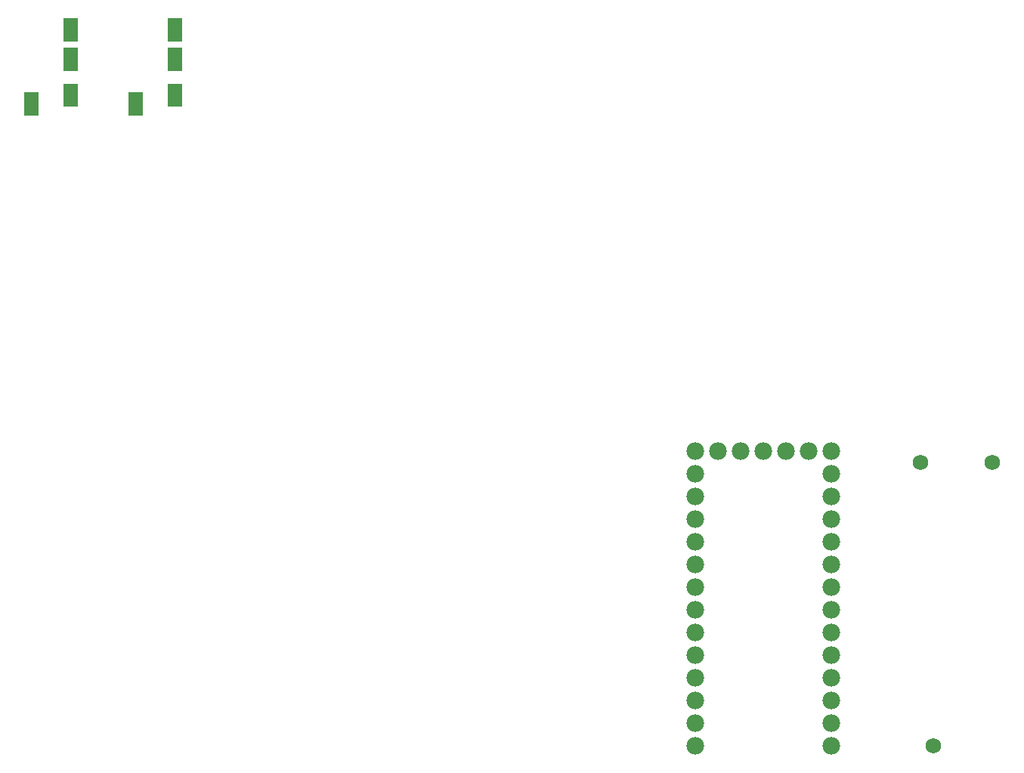
<source format=gbs>
G04 Layer: BottomSolderMaskLayer*
G04 Gerber Generator version 0.2*
G04 Scale: 100 percent, Rotated: No, Reflected: No *
G04 Dimensions in millimeters *
G04 leading zeros omitted , absolute positions ,4 integer and 5 decimal *
%FSLAX45Y45*%
%MOMM*%

%ADD28C,1.9812*%
%ADD29C,1.7272*%

%LPD*%
G36*
X-443737Y7223760D02*
G01*
X-443737Y7483855D01*
X-283718Y7483855D01*
X-283718Y7223760D01*
G37*
G36*
X-884681Y7123684D02*
G01*
X-884681Y7384034D01*
X-724662Y7384034D01*
X-724662Y7123684D01*
G37*
G36*
X-443737Y7623810D02*
G01*
X-443737Y7883905D01*
X-283718Y7883905D01*
X-283718Y7623810D01*
G37*
G36*
X-443737Y7957565D02*
G01*
X-443737Y8217915D01*
X-283718Y8217915D01*
X-283718Y7957565D01*
G37*
G36*
X724662Y7223760D02*
G01*
X724662Y7483855D01*
X884681Y7483855D01*
X884681Y7223760D01*
G37*
G36*
X283718Y7123684D02*
G01*
X283718Y7384034D01*
X443737Y7384034D01*
X443737Y7123684D01*
G37*
G36*
X724662Y7623810D02*
G01*
X724662Y7883905D01*
X884681Y7883905D01*
X884681Y7623810D01*
G37*
G36*
X724662Y7957565D02*
G01*
X724662Y8217915D01*
X884681Y8217915D01*
X884681Y7957565D01*
G37*
D28*
G01*
X8153400Y317500D03*
G01*
X8153400Y571500D03*
G01*
X8153400Y825500D03*
G01*
X8153400Y1079500D03*
G01*
X7645400Y3365500D03*
G01*
X6629400Y571500D03*
G01*
X8153400Y1333500D03*
G01*
X8153400Y1587500D03*
G01*
X8153400Y1841500D03*
G01*
X8153400Y2095500D03*
G01*
X8153400Y2349500D03*
G01*
X8153400Y2603500D03*
G01*
X8153400Y2857500D03*
G01*
X8153400Y3111500D03*
G01*
X8153400Y3365500D03*
G01*
X6629400Y3365500D03*
G01*
X6629400Y3111500D03*
G01*
X6629400Y2857500D03*
G01*
X6629400Y2603500D03*
G01*
X6629400Y2349500D03*
G01*
X6629400Y2095500D03*
G01*
X6629400Y1841500D03*
G01*
X6629400Y1587500D03*
G01*
X6629400Y1333500D03*
G01*
X6629400Y1079500D03*
G01*
X6629400Y825500D03*
G01*
X6883400Y3365500D03*
G01*
X6629400Y317500D03*
G01*
X7391400Y3365500D03*
G01*
X8153400Y63500D03*
G01*
X7137400Y3365500D03*
G01*
X7899400Y3365500D03*
G01*
X6629400Y63500D03*
D29*
G01*
X9296400Y63500D03*
G01*
X9156700Y3238500D03*
G01*
X9956800Y3238500D03*
M02*

</source>
